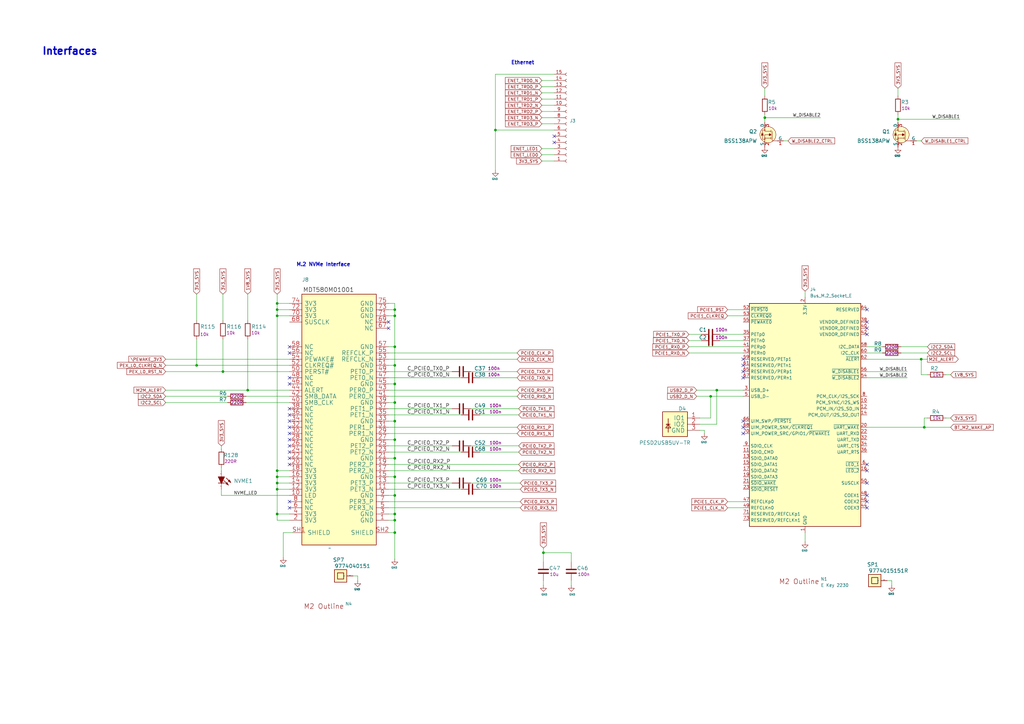
<source format=kicad_sch>
(kicad_sch (version 20211123) (generator eeschema)
  (paper "A3")
  (title_block (title "Capable Jetson Carrier") (date "2022-04-06") (rev "v1.0") (company "Capable Robot Components, Inc.") (comment 1 "www.capablerobot.com"))
  (lib_symbols
    (symbol "Connector:Bus_M.2_Socket_E"
      (property "Reference" "J" (at -22.86 46.99 0))
      (property "Value" "Bus_M.2_Socket_E" (at 16.51 46.99 0))
      (symbol "Bus_M.2_Socket_E_1_1"
        (pin power_in line (at 0 -48.26 90) (length 2.54) (name "GND") (number "1"))
        (pin bidirectional line (at 25.4 5.08 180) (length 2.54) (name "PCM_SYNC/I2S_WS") (number "10"))
        (pin bidirectional line (at -25.4 -15.24 0) (length 2.54) (name "SDIO_CMD") (number "11"))
        (pin input line (at 25.4 2.54 180) (length 2.54) (name "PCM_IN/I2S_SD_IN") (number "12"))
        (pin bidirectional line (at -25.4 -17.78 0) (length 2.54) (name "SDIO_DATA0") (number "13"))
        (pin output line (at 25.4 0 180) (length 2.54) (name "PCM_OUT/I2S_SD_OUT") (number "14"))
        (pin bidirectional line (at -25.4 -20.32 0) (length 2.54) (name "SDIO_DATA1") (number "15"))
        (pin open_collector line (at 25.4 -22.86 180) (length 2.54) (name "~{LED_2}") (number "16"))
        (pin bidirectional line (at -25.4 -22.86 0) (length 2.54) (name "SDIO_DATA2") (number "17"))
        (pin passive line (at 0 -48.26 90) (length 2.54) hide (name "GND") (number "18"))
        (pin bidirectional line (at -25.4 -25.4 0) (length 2.54) (name "SDIO_DATA3") (number "19"))
        (pin power_in line (at 0 48.26 270) (length 2.54) (name "3.3V") (number "2"))
        (pin input line (at 25.4 -5.08 180) (length 2.54) (name "~{UART_WAKE}") (number "20"))
        (pin input line (at -25.4 -27.94 0) (length 2.54) (name "~{SDIO_WAKE}") (number "21"))
        (pin input line (at 25.4 -7.62 180) (length 2.54) (name "UART_RXD") (number "22"))
        (pin output line (at -25.4 -30.48 0) (length 2.54) (name "~{SDIO_RESET}") (number "23"))
        (pin bidirectional line (at -25.4 10.16 0) (length 2.54) (name "USB_D+") (number "3"))
        (pin output line (at 25.4 -10.16 180) (length 2.54) (name "UART_TXD") (number "32"))
        (pin passive line (at 0 -48.26 90) (length 2.54) hide (name "GND") (number "33"))
        (pin input line (at 25.4 -12.7 180) (length 2.54) (name "UART_CTS") (number "34"))
        (pin output line (at -25.4 33.02 0) (length 2.54) (name "PETp0") (number "35"))
        (pin output line (at 25.4 -15.24 180) (length 2.54) (name "UART_RTS") (number "36"))
        (pin output line (at -25.4 30.48 0) (length 2.54) (name "PETn0") (number "37"))
        (pin passive line (at 25.4 38.1 180) (length 2.54) (name "VENDOR_DEFINED") (number "38"))
        (pin passive line (at 0 -48.26 90) (length 2.54) hide (name "GND") (number "39"))
        (pin passive line (at 0 48.26 270) (length 2.54) hide (name "3.3V") (number "4"))
        (pin passive line (at 25.4 35.56 180) (length 2.54) (name "VENDOR_DEFINED") (number "40"))
        (pin input line (at -25.4 27.94 0) (length 2.54) (name "PERp0") (number "41"))
        (pin passive line (at 25.4 33.02 180) (length 2.54) (name "VENDOR_DEFINED") (number "42"))
        (pin input line (at -25.4 25.4 0) (length 2.54) (name "PERn0") (number "43"))
        (pin bidirectional line (at 25.4 -38.1 180) (length 2.54) (name "COEX3") (number "44"))
        (pin passive line (at 0 -48.26 90) (length 2.54) hide (name "GND") (number "45"))
        (pin bidirectional line (at 25.4 -35.56 180) (length 2.54) (name "COEX2") (number "46"))
        (pin output line (at -25.4 -35.56 0) (length 2.54) (name "REFCLKp0") (number "47"))
        (pin bidirectional line (at 25.4 -33.02 180) (length 2.54) (name "COEX1") (number "48"))
        (pin output line (at -25.4 -38.1 0) (length 2.54) (name "REFCLKn0") (number "49"))
        (pin bidirectional line (at -25.4 7.62 0) (length 2.54) (name "USB_D-") (number "5"))
        (pin output line (at 25.4 -27.94 180) (length 2.54) (name "SUSCLK") (number "50"))
        (pin passive line (at 0 -48.26 90) (length 2.54) hide (name "GND") (number "51"))
        (pin output line (at -25.4 43.18 0) (length 2.54) (name "~{PERST0}") (number "52"))
        (pin bidirectional line (at -25.4 40.64 0) (length 2.54) (name "~{CLKREQ0}") (number "53"))
        (pin output line (at 25.4 15.24 180) (length 2.54) (name "~{W_DISABLE2}") (number "54"))
        (pin bidirectional line (at -25.4 38.1 0) (length 2.54) (name "~{PEWAKE0}") (number "55"))
        (pin output line (at 25.4 17.78 180) (length 2.54) (name "~{W_DISABLE1}") (number "56"))
        (pin passive line (at 0 -48.26 90) (length 2.54) hide (name "GND") (number "57"))
        (pin bidirectional line (at 25.4 27.94 180) (length 2.54) (name "I2C_DATA") (number "58"))
        (pin output line (at -25.4 22.86 0) (length 2.54) (name "RESERVED/PETp1") (number "59"))
        (pin open_collector line (at 25.4 -20.32 180) (length 2.54) (name "~{LED_1}") (number "6"))
        (pin output line (at 25.4 25.4 180) (length 2.54) (name "I2C_CLK") (number "60"))
        (pin output line (at -25.4 20.32 0) (length 2.54) (name "RESERVED/PETn1") (number "61"))
        (pin input line (at 25.4 22.86 180) (length 2.54) (name "~{ALERT}") (number "62"))
        (pin passive line (at 0 -48.26 90) (length 2.54) hide (name "GND") (number "63"))
        (pin passive line (at 25.4 43.18 180) (length 2.54) (name "RESERVED") (number "64"))
        (pin input line (at -25.4 17.78 0) (length 2.54) (name "RESERVED/PERp1") (number "65"))
        (pin output line (at -25.4 -2.54 0) (length 2.54) (name "UIM_SWP/~{PERST1}") (number "66"))
        (pin input line (at -25.4 15.24 0) (length 2.54) (name "RESERVED/PERn1") (number "67"))
        (pin bidirectional line (at -25.4 -5.08 0) (length 2.54) (name "UIM_POWER_SNK/~{CLKREQ1}") (number "68"))
        (pin passive line (at 0 -48.26 90) (length 2.54) hide (name "GND") (number "69"))
        (pin passive line (at 0 -48.26 90) (length 2.54) hide (name "GND") (number "7"))
        (pin bidirectional line (at -25.4 -7.62 0) (length 2.54) (name "UIM_POWER_SRC/GPIO1/~{PEWAKE1}") (number "70"))
        (pin output line (at -25.4 -40.64 0) (length 2.54) (name "RESERVED/REFCLKp1") (number "71"))
        (pin passive line (at 0 48.26 270) (length 2.54) hide (name "3.3V") (number "72"))
        (pin output line (at -25.4 -43.18 0) (length 2.54) (name "RESERVED/REFCLKn1") (number "73"))
        (pin passive line (at 0 48.26 270) (length 2.54) hide (name "3.3V") (number "74"))
        (pin passive line (at 0 -48.26 90) (length 2.54) hide (name "GND") (number "75"))
        (pin bidirectional line (at 25.4 7.62 180) (length 2.54) (name "PCM_CLK/I2S_SCK") (number "8"))
        (pin output line (at -25.4 -12.7 0) (length 2.54) (name "SDIO_CLK") (number "9"))
      )
    )
    (symbol "Connector:Conn_01x15_Female" (pin_names (offset 1.016) hide)
      (property "Reference" "J" (at 0 20.32 0))
      (property "Value" "Conn_01x15_Female" (at 0 -20.32 0))
      (symbol "Conn_01x15_Female_1_1"
        (pin passive line (at -5.08 17.78 0) (length 3.81) (name "Pin_1") (number "1"))
        (pin passive line (at -5.08 -5.08 0) (length 3.81) (name "Pin_10") (number "10"))
        (pin passive line (at -5.08 -7.62 0) (length 3.81) (name "Pin_11") (number "11"))
        (pin passive line (at -5.08 -10.16 0) (length 3.81) (name "Pin_12") (number "12"))
        (pin passive line (at -5.08 -12.7 0) (length 3.81) (name "Pin_13") (number "13"))
        (pin passive line (at -5.08 -15.24 0) (length 3.81) (name "Pin_14") (number "14"))
        (pin passive line (at -5.08 -17.78 0) (length 3.81) (name "Pin_15") (number "15"))
        (pin passive line (at -5.08 15.24 0) (length 3.81) (name "Pin_2") (number "2"))
        (pin passive line (at -5.08 12.7 0) (length 3.81) (name "Pin_3") (number "3"))
        (pin passive line (at -5.08 10.16 0) (length 3.81) (name "Pin_4") (number "4"))
        (pin passive line (at -5.08 7.62 0) (length 3.81) (name "Pin_5") (number "5"))
        (pin passive line (at -5.08 5.08 0) (length 3.81) (name "Pin_6") (number "6"))
        (pin passive line (at -5.08 2.54 0) (length 3.81) (name "Pin_7") (number "7"))
        (pin passive line (at -5.08 0 0) (length 3.81) (name "Pin_8") (number "8"))
        (pin passive line (at -5.08 -2.54 0) (length 3.81) (name "Pin_9") (number "9"))
      )
    )
    (symbol "jetson-nano-baseboard:9774040151" (pin_names (offset 1.016))
      (property "Reference" "SP" (at -2.54 2.54 0))
      (property "Value" "9774040151" (at -2.54 -5.08 0))
      (symbol "9774040151_0_1"
        (pin passive line (at -5.08 0 0) (length 2.54) (name "1") (number "1"))
      )
    )
    (symbol "jetson-nano-baseboard:BSS138APW" (pin_names (offset 0))
      (property "Reference" "Q" (at -2.6924 3.6322 0))
      (property "Value" "BSS138APW" (at 3.4544 0 90))
      (symbol "BSS138APW_1_1"
        (pin bidirectional line (at -7.62 -2.54 0) (length 2.54) (name "G") (number "1"))
        (pin bidirectional line (at 0 -5.08 90) (length 2.54) (name "S") (number "2"))
        (pin bidirectional line (at 0 5.08 270) (length 2.54) (name "D") (number "3"))
      )
    )
    (symbol "jetson-nano-baseboard:C_100n_0402" (pin_names (offset 0))
      (property "Reference" "C" (at -1.397 3.429 0))
      (property "Val" "100n" (at 0 -2.54 0))
      (symbol "C_100n_0402_1_1"
        (pin passive line (at 0 3.81 270) (length 2.794) (name "~") (number "1"))
        (pin passive line (at 0 -3.81 90) (length 2.794) (name "~") (number "2"))
      )
    )
    (symbol "jetson-nano-baseboard:C_10u_0603" (pin_names (offset 0))
      (property "Reference" "C" (at -1.397 3.429 0))
      (property "Val" "10u" (at 0 -2.54 0))
      (symbol "C_10u_0603_1_1"
        (pin passive line (at 0 3.81 270) (length 2.794) (name "~") (number "1"))
        (pin passive line (at 0 -3.81 90) (length 2.794) (name "~") (number "2"))
      )
    )
    (symbol "jetson-nano-baseboard:GND" (power) (pin_names (offset 0))
      (property "Value" "GND" (at 0 -3.81 0))
      (symbol "GND_1_1"
        (pin power_in line (at 0 0 270) (length 0) hide (name "GND") (number "1"))
      )
    )
    (symbol "jetson-nano-baseboard:LED" (pin_names (offset 1.016))
      (property "Reference" "USER" (at 5.08 -2.54 0))
      (symbol "LED_0_1"
        (pin passive line (at -2.54 0 0) (length 2.54) (name "A") (number "A"))
        (pin passive line (at 5.08 0 180) (length 2.54) (name "K") (number "K"))
      )
    )
    (symbol "jetson-nano-baseboard:MDT580M01001" (pin_names (offset 1.016))
      (property "Reference" "J" (at -15.24 66.04 0))
      (property "Value" "MDT580M01001" (at -3.81 -43.18 0))
      (property "Manufacturer" "Amphenol" (at -3.81 45.72 0))
      (property "MPN" "MDT580M01001" (at -1.27 43.18 0))
      (symbol "MDT580M01001_0_1"
        (pin passive line (at 20.32 -31.75 180) (length 5.08) (name "GND") (number "1"))
        (pin passive line (at -20.32 -21.59 0) (length 5.08) (name "LED") (number "10"))
        (pin passive line (at 20.32 -19.05 180) (length 5.08) (name "PET3_N") (number "11"))
        (pin passive line (at -20.32 -19.05 0) (length 5.08) (name "3V3") (number "12"))
        (pin passive line (at 20.32 -16.51 180) (length 5.08) (name "PET3_P") (number "13"))
        (pin passive line (at -20.32 -16.51 0) (length 5.08) (name "3V3") (number "14"))
        (pin passive line (at 20.32 -13.97 180) (length 5.08) (name "GND") (number "15"))
        (pin passive line (at -20.32 -13.97 0) (length 5.08) (name "3V3") (number "16"))
        (pin passive line (at 20.32 -11.43 180) (length 5.08) (name "PER2_N") (number "17"))
        (pin passive line (at -20.32 -11.43 0) (length 5.08) (name "3V3") (number "18"))
        (pin passive line (at 20.32 -8.89 180) (length 5.08) (name "PER2_P") (number "19"))
        (pin passive line (at -20.32 -31.75 0) (length 5.08) (name "3V3") (number "2"))
        (pin passive line (at -20.32 -8.89 0) (length 5.08) (name "NC") (number "20"))
        (pin passive line (at 20.32 -6.35 180) (length 5.08) (name "GND") (number "21"))
        (pin passive line (at -20.32 -6.35 0) (length 5.08) (name "NC") (number "22"))
        (pin passive line (at 20.32 -3.81 180) (length 5.08) (name "PET2_N") (number "23"))
        (pin passive line (at -20.32 -3.81 0) (length 5.08) (name "NC") (number "24"))
        (pin passive line (at 20.32 -1.27 180) (length 5.08) (name "PET2_P") (number "25"))
        (pin passive line (at -20.32 -1.27 0) (length 5.08) (name "NC") (number "26"))
        (pin passive line (at 20.32 1.27 180) (length 5.08) (name "GND") (number "27"))
        (pin passive line (at -20.32 1.27 0) (length 5.08) (name "NC") (number "28"))
        (pin passive line (at 20.32 3.81 180) (length 5.08) (name "PER1_N") (number "29"))
        (pin passive line (at 20.32 -29.21 180) (length 5.08) (name "GND") (number "3"))
        (pin passive line (at -20.32 3.81 0) (length 5.08) (name "NC") (number "30"))
        (pin passive line (at 20.32 6.35 180) (length 5.08) (name "PER1_P") (number "31"))
        (pin passive line (at -20.32 6.35 0) (length 5.08) (name "NC") (number "32"))
        (pin passive line (at 20.32 8.89 180) (length 5.08) (name "GND") (number "33"))
        (pin passive line (at -20.32 8.89 0) (length 5.08) (name "NC") (number "34"))
        (pin passive line (at 20.32 11.43 180) (length 5.08) (name "PET1_N") (number "35"))
        (pin passive line (at -20.32 11.43 0) (length 5.08) (name "NC") (number "36"))
        (pin passive line (at 20.32 13.97 180) (length 5.08) (name "PET1_P") (number "37"))
        (pin passive line (at -20.32 13.97 0) (length 5.08) (name "NC") (number "38"))
        (pin passive line (at 20.32 16.51 180) (length 5.08) (name "GND") (number "39"))
        (pin passive line (at -20.32 -29.21 0) (length 5.08) (name "3V3") (number "4"))
        (pin passive line (at -20.32 16.51 0) (length 5.08) (name "SMB_CLK") (number "40"))
        (pin passive line (at 20.32 19.05 180) (length 5.08) (name "PER0_N") (number "41"))
        (pin passive line (at -20.32 19.05 0) (length 5.08) (name "SMB_DATA") (number "42"))
        (pin passive line (at 20.32 21.59 180) (length 5.08) (name "PER0_P") (number "43"))
        (pin passive line (at -20.32 21.59 0) (length 5.08) (name "ALERT") (number "44"))
        (pin passive line (at 20.32 24.13 180) (length 5.08) (name "GND") (number "45"))
        (pin passive line (at -20.32 24.13 0) (length 5.08) (name "NC") (number "46"))
        (pin passive line (at 20.32 26.67 180) (length 5.08) (name "PET0_N") (number "47"))
        (pin passive line (at -20.32 26.67 0) (length 5.08) (name "NC") (number "48"))
        (pin passive line (at 20.32 29.21 180) (length 5.08) (name "PET0_P") (number "49"))
        (pin passive line (at 20.32 -26.67 180) (length 5.08) (name "PER3_N") (number "5"))
        (pin passive line (at -20.32 29.21 0) (length 5.08) (name "PERST#") (number "50"))
        (pin passive line (at 20.32 31.75 180) (length 5.08) (name "GND") (number "51"))
        (pin passive line (at -20.32 31.75 0) (length 5.08) (name "CLKREQ#") (number "52"))
        (pin passive line (at 20.32 34.29 180) (length 5.08) (name "REFCLK_N") (number "53"))
        (pin passive line (at -20.32 34.29 0) (length 5.08) (name "PEWAKE#") (number "54"))
        (pin passive line (at 20.32 36.83 180) (length 5.08) (name "REFCLK_P") (number "55"))
        (pin passive line (at -20.32 36.83 0) (length 5.08) (name "NC") (number "56"))
        (pin passive line (at 20.32 39.37 180) (length 5.08) (name "GND") (number "57"))
        (pin passive line (at -20.32 39.37 0) (length 5.08) (name "NC") (number "58"))
        (pin passive line (at -20.32 -26.67 0) (length 5.08) (name "NC") (number "6"))
        (pin passive line (at 20.32 46.99 180) (length 5.08) (name "NC") (number "67"))
        (pin passive line (at -20.32 49.53 0) (length 5.08) (name "SUSCLK") (number "68"))
        (pin passive line (at 20.32 49.53 180) (length 5.08) (name "NC") (number "69"))
        (pin passive line (at 20.32 -24.13 180) (length 5.08) (name "PER3_P") (number "7"))
        (pin passive line (at -20.32 52.07 0) (length 5.08) (name "3V3") (number "70"))
        (pin passive line (at 20.32 52.07 180) (length 5.08) (name "GND") (number "71"))
        (pin passive line (at -20.32 54.61 0) (length 5.08) (name "3V3") (number "72"))
        (pin passive line (at 20.32 54.61 180) (length 5.08) (name "GND") (number "73"))
        (pin passive line (at -20.32 57.15 0) (length 5.08) (name "3V3") (number "74"))
        (pin passive line (at 20.32 57.15 180) (length 5.08) (name "GND") (number "75"))
        (pin passive line (at -20.32 -24.13 0) (length 5.08) (name "NC") (number "8"))
        (pin passive line (at 20.32 -21.59 180) (length 5.08) (name "GND") (number "9"))
        (pin passive line (at -19.05 -36.83 0) (length 5.08) (name "SHIELD") (number "SH1"))
        (pin passive line (at 20.32 -36.83 180) (length 5.08) (name "SHIELD") (number "SH2"))
      )
    )
    (symbol "jetson-nano-baseboard:PESD2USB5UV-TR" (pin_names (offset 1.016))
      (property "Reference" "D" (at -7.62 -12.7 0))
      (property "Value" "PESD2USB5UV-TR" (at -7.62 -15.24 90))
      (symbol "PESD2USB5UV-TR_0_1"
        (pin passive line (at -5.08 0 0) (length 5.08) (name "IO1") (number "1"))
        (pin passive line (at -5.08 -2.54 0) (length 5.08) (name "IO2") (number "2"))
        (pin passive line (at -5.08 -5.08 0) (length 5.08) (name "GND") (number "3"))
      )
    )
    (symbol "jetson-nano-baseboard:R_10k_0402" (pin_names (offset 0))
      (property "Reference" "R" (at -1.397 3.429 0))
      (property "Val" "10k" (at 0 -2.54 0))
      (symbol "R_10k_0402_1_1"
        (pin passive line (at -3.81 0 0) (length 1.27) (name "~") (number "1"))
        (pin passive line (at 3.81 0 180) (length 1.27) (name "~") (number "2"))
      )
    )
    (symbol "jetson-nano-baseboard:R_220R_0402" (pin_names (offset 0))
      (property "Reference" "R" (at -1.397 3.429 0))
      (property "Val" "220R" (at 0 -2.54 0))
      (symbol "R_220R_0402_1_1"
        (pin passive line (at -3.81 0 0) (length 1.27) (name "~") (number "1"))
        (pin passive line (at 3.81 0 180) (length 1.27) (name "~") (number "2"))
      )
    )
    (symbol "jetson-nano-baseboard:m2_outline" (pin_names (offset 1.016)) (in_bom no)
      (property "Reference" "N" (at 0.508 1.016 0))
      (property "Value" "m2_outline" (at 0.762 -3.81 0))
      (symbol "m2_outline_1_1"
        (text "M2 Outline" (at 0.762 -1.016 0) (effects (font (size 2.0066 2.0066))))
      )
    )
  )
  (junction (at 161.925 165.1))
  (junction (at 113.665 127))
  (junction (at 113.665 198.12))
  (junction (at 113.665 210.82))
  (junction (at 161.925 210.82))
  (junction (at 161.925 149.86))
  (junction (at 313.69 48.26))
  (junction (at 161.925 203.2))
  (junction (at 101.6 160.02))
  (junction (at 91.44 152.4))
  (junction (at 80.645 149.86))
  (junction (at 113.665 193.04))
  (junction (at 161.925 218.44))
  (junction (at 379.095 175.26))
  (junction (at 161.925 142.24))
  (junction (at 161.925 157.48))
  (junction (at 113.665 195.58))
  (junction (at 291.465 162.56))
  (junction (at 222.885 226.695))
  (junction (at 161.925 180.34))
  (junction (at 113.665 129.54))
  (junction (at 294.005 160.02))
  (junction (at 113.665 200.66))
  (junction (at 161.925 195.58))
  (junction (at 113.665 124.46))
  (junction (at 161.925 213.36))
  (junction (at 161.925 172.72))
  (junction (at 161.925 127))
  (junction (at 368.3 48.895))
  (junction (at 161.925 187.96))
  (junction (at 203.2 53.34))
  (junction (at 377.825 147.32))
  (junction (at 161.925 129.54))
  (no_connect (at 118.745 205.74))
  (no_connect (at 118.745 175.26))
  (no_connect (at 118.745 170.18))
  (no_connect (at 304.8 154.94))
  (no_connect (at 304.8 147.32))
  (no_connect (at 304.8 149.86))
  (no_connect (at 304.8 152.4))
  (no_connect (at 118.745 154.94))
  (no_connect (at 304.8 172.72))
  (no_connect (at 304.8 175.26))
  (no_connect (at 304.8 177.8))
  (no_connect (at 118.745 190.5))
  (no_connect (at 118.745 182.88))
  (no_connect (at 118.745 157.48))
  (no_connect (at 159.385 132.08))
  (no_connect (at 355.6 127))
  (no_connect (at 355.6 208.28))
  (no_connect (at 355.6 205.74))
  (no_connect (at 355.6 203.2))
  (no_connect (at 355.6 132.08))
  (no_connect (at 355.6 137.16))
  (no_connect (at 355.6 134.62))
  (no_connect (at 355.6 193.04))
  (no_connect (at 355.6 190.5))
  (no_connect (at 118.745 208.28))
  (no_connect (at 118.745 144.78))
  (no_connect (at 227.33 58.42))
  (no_connect (at 227.33 55.88))
  (no_connect (at 118.745 180.34))
  (no_connect (at 159.385 134.62))
  (no_connect (at 118.745 187.96))
  (no_connect (at 118.745 142.24))
  (no_connect (at 118.745 185.42))
  (no_connect (at 118.745 167.64))
  (no_connect (at 355.6 198.12))
  (no_connect (at 118.745 172.72))
  (no_connect (at 118.745 177.8))
  (wire (pts (xy 282.575 137.16) (xy 287.655 137.16)))
  (wire (pts (xy 355.6 147.32) (xy 377.825 147.32)))
  (wire (pts (xy 193.04 198.12) (xy 213.36 198.12)))
  (wire (pts (xy 234.315 226.695) (xy 234.315 230.505)))
  (wire (pts (xy 161.925 213.36) (xy 161.925 218.44)))
  (wire (pts (xy 365.76 238.125) (xy 365.76 240.03)))
  (wire (pts (xy 377.825 147.32) (xy 380.365 147.32)))
  (wire (pts (xy 159.385 185.42) (xy 189.23 185.42)))
  (wire (pts (xy 159.385 180.34) (xy 161.925 180.34)))
  (wire (pts (xy 91.44 120.65) (xy 91.44 131.445)))
  (wire (pts (xy 375.92 57.785) (xy 377.825 57.785)))
  (wire (pts (xy 222.25 60.96) (xy 227.33 60.96)))
  (wire (pts (xy 203.2 53.34) (xy 227.33 53.34)))
  (wire (pts (xy 101.6 160.02) (xy 67.945 160.02)))
  (wire (pts (xy 368.3 36.195) (xy 368.3 39.37)))
  (wire (pts (xy 380.365 171.45) (xy 379.095 171.45)))
  (wire (pts (xy 161.925 142.24) (xy 161.925 149.86)))
  (wire (pts (xy 118.745 193.04) (xy 113.665 193.04)))
  (wire (pts (xy 161.925 149.86) (xy 161.925 157.48)))
  (wire (pts (xy 330.2 218.44) (xy 330.2 222.25)))
  (wire (pts (xy 196.85 154.94) (xy 212.09 154.94)))
  (wire (pts (xy 161.925 172.72) (xy 161.925 180.34)))
  (wire (pts (xy 222.25 63.5) (xy 227.33 63.5)))
  (wire (pts (xy 161.925 210.82) (xy 161.925 213.36)))
  (wire (pts (xy 282.575 144.78) (xy 304.8 144.78)))
  (wire (pts (xy 118.745 198.12) (xy 113.665 198.12)))
  (wire (pts (xy 118.745 129.54) (xy 113.665 129.54)))
  (wire (pts (xy 222.25 38.1) (xy 227.33 38.1)))
  (wire (pts (xy 67.945 165.1) (xy 93.345 165.1)))
  (wire (pts (xy 294.005 160.02) (xy 304.8 160.02)))
  (wire (pts (xy 91.44 152.4) (xy 118.745 152.4)))
  (wire (pts (xy 118.745 195.58) (xy 113.665 195.58)))
  (wire (pts (xy 118.745 210.82) (xy 113.665 210.82)))
  (wire (pts (xy 159.385 154.94) (xy 189.23 154.94)))
  (wire (pts (xy 196.85 170.18) (xy 212.725 170.18)))
  (wire (pts (xy 159.385 198.12) (xy 185.42 198.12)))
  (wire (pts (xy 379.095 175.26) (xy 389.89 175.26)))
  (wire (pts (xy 355.6 142.24) (xy 361.95 142.24)))
  (wire (pts (xy 67.945 152.4) (xy 91.44 152.4)))
  (wire (pts (xy 387.985 171.45) (xy 389.89 171.45)))
  (wire (pts (xy 101.6 120.65) (xy 101.6 131.445)))
  (wire (pts (xy 222.25 43.18) (xy 227.33 43.18)))
  (wire (pts (xy 161.925 165.1) (xy 161.925 172.72)))
  (wire (pts (xy 161.925 187.96) (xy 161.925 195.58)))
  (wire (pts (xy 159.385 195.58) (xy 161.925 195.58)))
  (wire (pts (xy 313.69 46.99) (xy 313.69 48.26)))
  (wire (pts (xy 159.385 170.18) (xy 189.23 170.18)))
  (wire (pts (xy 120.015 218.44) (xy 116.205 218.44)))
  (wire (pts (xy 196.85 200.66) (xy 213.36 200.66)))
  (wire (pts (xy 291.465 171.45) (xy 291.465 162.56)))
  (wire (pts (xy 298.45 127) (xy 304.8 127)))
  (wire (pts (xy 161.925 127) (xy 161.925 129.54)))
  (wire (pts (xy 222.25 48.26) (xy 227.33 48.26)))
  (wire (pts (xy 101.6 139.065) (xy 101.6 160.02)))
  (wire (pts (xy 80.645 149.86) (xy 118.745 149.86)))
  (wire (pts (xy 355.6 152.4) (xy 372.11 152.4)))
  (wire (pts (xy 193.04 152.4) (xy 212.09 152.4)))
  (wire (pts (xy 161.925 203.2) (xy 161.925 210.82)))
  (wire (pts (xy 90.805 184.15) (xy 90.805 182.88)))
  (wire (pts (xy 298.45 129.54) (xy 304.8 129.54)))
  (wire (pts (xy 380.365 153.67) (xy 377.825 153.67)))
  (wire (pts (xy 212.725 193.04) (xy 159.385 193.04)))
  (wire (pts (xy 159.385 167.64) (xy 185.42 167.64)))
  (wire (pts (xy 368.3 46.99) (xy 368.3 48.895)))
  (wire (pts (xy 282.575 142.24) (xy 304.8 142.24)))
  (wire (pts (xy 159.385 177.8) (xy 212.09 177.8)))
  (wire (pts (xy 234.315 238.125) (xy 234.315 240.03)))
  (wire (pts (xy 387.985 153.67) (xy 389.89 153.67)))
  (wire (pts (xy 222.885 226.695) (xy 234.315 226.695)))
  (wire (pts (xy 288.925 176.53) (xy 288.925 177.8)))
  (wire (pts (xy 355.6 175.26) (xy 379.095 175.26)))
  (wire (pts (xy 159.385 200.66) (xy 189.23 200.66)))
  (wire (pts (xy 91.44 139.065) (xy 91.44 152.4)))
  (wire (pts (xy 285.75 160.02) (xy 294.005 160.02)))
  (wire (pts (xy 101.6 160.02) (xy 118.745 160.02)))
  (wire (pts (xy 369.57 142.24) (xy 380.365 142.24)))
  (wire (pts (xy 222.25 40.64) (xy 227.33 40.64)))
  (wire (pts (xy 159.385 187.96) (xy 161.925 187.96)))
  (wire (pts (xy 222.885 224.79) (xy 222.885 226.695)))
  (wire (pts (xy 203.2 69.85) (xy 203.2 53.34)))
  (wire (pts (xy 159.385 162.56) (xy 212.09 162.56)))
  (wire (pts (xy 159.385 127) (xy 161.925 127)))
  (wire (pts (xy 113.665 210.82) (xy 113.665 213.36)))
  (wire (pts (xy 355.6 154.94) (xy 372.11 154.94)))
  (wire (pts (xy 369.57 144.78) (xy 380.365 144.78)))
  (wire (pts (xy 222.885 238.125) (xy 222.885 240.03)))
  (wire (pts (xy 159.385 175.26) (xy 212.09 175.26)))
  (wire (pts (xy 118.745 203.2) (xy 90.805 203.2)))
  (wire (pts (xy 222.25 33.02) (xy 227.33 33.02)))
  (wire (pts (xy 287.02 176.53) (xy 288.925 176.53)))
  (wire (pts (xy 159.385 149.86) (xy 161.925 149.86)))
  (wire (pts (xy 90.805 191.77) (xy 90.805 193.04)))
  (wire (pts (xy 282.575 139.7) (xy 287.655 139.7)))
  (wire (pts (xy 118.745 200.66) (xy 113.665 200.66)))
  (wire (pts (xy 294.005 173.99) (xy 294.005 160.02)))
  (wire (pts (xy 222.885 226.695) (xy 222.885 230.505)))
  (wire (pts (xy 203.2 30.48) (xy 227.33 30.48)))
  (wire (pts (xy 313.69 48.26) (xy 336.55 48.26)))
  (wire (pts (xy 193.04 182.88) (xy 212.725 182.88)))
  (wire (pts (xy 144.78 236.22) (xy 146.685 236.22)))
  (wire (pts (xy 196.85 185.42) (xy 212.725 185.42)))
  (wire (pts (xy 118.745 127) (xy 113.665 127)))
  (wire (pts (xy 298.45 205.74) (xy 304.8 205.74)))
  (wire (pts (xy 159.385 157.48) (xy 161.925 157.48)))
  (wire (pts (xy 222.25 50.8) (xy 227.33 50.8)))
  (wire (pts (xy 368.3 48.895) (xy 368.3 50.165)))
  (wire (pts (xy 193.04 167.64) (xy 212.725 167.64)))
  (wire (pts (xy 90.805 203.2) (xy 90.805 200.66)))
  (wire (pts (xy 377.825 153.67) (xy 377.825 147.32)))
  (wire (pts (xy 161.925 218.44) (xy 161.925 229.235)))
  (wire (pts (xy 159.385 208.28) (xy 213.36 208.28)))
  (wire (pts (xy 313.69 48.26) (xy 313.69 50.165)))
  (wire (pts (xy 67.945 149.86) (xy 80.645 149.86)))
  (wire (pts (xy 80.645 120.65) (xy 80.645 131.445)))
  (wire (pts (xy 159.385 172.72) (xy 161.925 172.72)))
  (wire (pts (xy 295.275 139.7) (xy 304.8 139.7)))
  (wire (pts (xy 100.965 165.1) (xy 118.745 165.1)))
  (wire (pts (xy 159.385 152.4) (xy 185.42 152.4)))
  (wire (pts (xy 116.205 218.44) (xy 116.205 228.6)))
  (wire (pts (xy 159.385 203.2) (xy 161.925 203.2)))
  (wire (pts (xy 159.385 213.36) (xy 161.925 213.36)))
  (wire (pts (xy 368.3 48.895) (xy 393.7 48.895)))
  (wire (pts (xy 313.69 36.195) (xy 313.69 39.37)))
  (wire (pts (xy 295.275 137.16) (xy 304.8 137.16)))
  (wire (pts (xy 113.665 193.04) (xy 113.665 195.58)))
  (wire (pts (xy 118.745 124.46) (xy 113.665 124.46)))
  (wire (pts (xy 161.925 129.54) (xy 161.925 142.24)))
  (wire (pts (xy 100.965 162.56) (xy 118.745 162.56)))
  (wire (pts (xy 159.385 218.44) (xy 161.925 218.44)))
  (wire (pts (xy 159.385 144.78) (xy 212.09 144.78)))
  (wire (pts (xy 159.385 165.1) (xy 161.925 165.1)))
  (wire (pts (xy 363.855 238.125) (xy 365.76 238.125)))
  (wire (pts (xy 118.745 213.36) (xy 113.665 213.36)))
  (wire (pts (xy 113.665 198.12) (xy 113.665 200.66)))
  (wire (pts (xy 159.385 190.5) (xy 212.725 190.5)))
  (wire (pts (xy 113.665 129.54) (xy 113.665 193.04)))
  (wire (pts (xy 80.645 139.065) (xy 80.645 149.86)))
  (wire (pts (xy 113.665 127) (xy 113.665 124.46)))
  (wire (pts (xy 298.45 208.28) (xy 304.8 208.28)))
  (wire (pts (xy 67.945 162.56) (xy 93.345 162.56)))
  (wire (pts (xy 287.02 173.99) (xy 294.005 173.99)))
  (wire (pts (xy 159.385 182.88) (xy 185.42 182.88)))
  (wire (pts (xy 321.31 57.785) (xy 323.215 57.785)))
  (wire (pts (xy 159.385 124.46) (xy 161.925 124.46)))
  (wire (pts (xy 159.385 129.54) (xy 161.925 129.54)))
  (wire (pts (xy 159.385 210.82) (xy 161.925 210.82)))
  (wire (pts (xy 113.665 200.66) (xy 113.665 210.82)))
  (wire (pts (xy 161.925 180.34) (xy 161.925 187.96)))
  (wire (pts (xy 159.385 160.02) (xy 212.09 160.02)))
  (wire (pts (xy 159.385 205.74) (xy 213.36 205.74)))
  (wire (pts (xy 159.385 142.24) (xy 161.925 142.24)))
  (wire (pts (xy 285.75 162.56) (xy 291.465 162.56)))
  (wire (pts (xy 113.665 127) (xy 113.665 129.54)))
  (wire (pts (xy 287.02 171.45) (xy 291.465 171.45)))
  (wire (pts (xy 161.925 195.58) (xy 161.925 203.2)))
  (wire (pts (xy 118.745 147.32) (xy 67.945 147.32)))
  (wire (pts (xy 159.385 147.32) (xy 212.09 147.32)))
  (wire (pts (xy 161.925 157.48) (xy 161.925 165.1)))
  (wire (pts (xy 113.665 195.58) (xy 113.665 198.12)))
  (wire (pts (xy 330.2 119.38) (xy 330.2 121.92)))
  (wire (pts (xy 222.25 66.04) (xy 227.33 66.04)))
  (wire (pts (xy 113.665 124.46) (xy 113.665 120.65)))
  (wire (pts (xy 146.685 236.22) (xy 146.685 238.125)))
  (wire (pts (xy 291.465 162.56) (xy 304.8 162.56)))
  (wire (pts (xy 161.925 124.46) (xy 161.925 127)))
  (wire (pts (xy 355.6 144.78) (xy 361.95 144.78)))
  (wire (pts (xy 222.25 35.56) (xy 227.33 35.56)))
  (wire (pts (xy 222.25 45.72) (xy 227.33 45.72)))
  (wire (pts (xy 203.2 53.34) (xy 203.2 30.48)))
  (wire (pts (xy 379.095 171.45) (xy 379.095 175.26)))
  (text "Ethernet" (at 209.55 26.67 0) (effects (font (size 1.4986 1.4986) (thickness 0.2997) bold) (justify left bottom)))
  (text "Text" (at 67.7926 1253.8202 0) (effects (font (size 1.524 1.524)) (justify left bottom)))
  (text "M.2 NVMe Interface" (at 121.4882 109.474 0) (effects (font (size 1.4986 1.4986) (thickness 0.2997) bold) (justify left bottom)))
  (text "Interfaces" (at 17.145 22.86 0) (effects (font (size 2.9972 2.9972) (thickness 0.5994) bold) (justify left bottom)))
  (text "Text" (at 67.7926 1253.8202 0) (effects (font (size 1.524 1.524)) (justify left bottom)))
  (label "W_DISABLE2" (at 372.11 154.94 180))
  (label "C_PCIE0_TX1_N" (at 167.005 170.18 0) (effects (font (size 1.524 1.524))))
  (label "NVME_LED" (at 95.885 203.2 0))
  (label "C_PCIE0_RX2_N" (at 167.005 193.04 0) (effects (font (size 1.524 1.524))))
  (label "C_PCIE0_TX3_N" (at 167.005 200.66 0) (effects (font (size 1.524 1.524))))
  (label "W_DISABLE2" (at 336.55 48.26 180))
  (label "C_PCIE0_TX0_P" (at 167.005 152.4 0) (effects (font (size 1.524 1.524))))
  (label "C_PCIE0_TX1_P" (at 167.005 167.64 0) (effects (font (size 1.524 1.524))))
  (label "W_DISABLE1" (at 372.11 152.4 180))
  (label "W_DISABLE1" (at 393.7 48.895 180))
  (label "C_PCIE0_TX2_N" (at 167.005 185.42 0) (effects (font (size 1.524 1.524))))
  (label "C_PCIE0_TX2_P" (at 167.005 182.88 0) (effects (font (size 1.524 1.524))))
  (label "C_PCIE0_RX2_P" (at 167.005 190.5 0) (effects (font (size 1.524 1.524))))
  (label "C_PCIE0_TX3_P" (at 167.005 198.12 0) (effects (font (size 1.524 1.524))))
  (label "MDT580M01001" (at 124.2822 120.3706 0) (effects (font (size 1.778 1.778))))
  (label "C_PCIE0_TX0_N" (at 167.005 154.94 0) (effects (font (size 1.524 1.524))))
  (global_label "ENET_LED0" (shape input) (at 222.25 63.5 180) (property "Intersheet References" "${INTERSHEET_REFS}" (effects hide)))
  (global_label "PCIE1_TX0_N" (shape input) (at 282.575 139.7 180) (property "Intersheet References" "${INTERSHEET_REFS}" (effects hide)))
  (global_label "PCIE0_TX0_N" (shape input) (at 212.09 154.94 0) (property "Intersheet References" "${INTERSHEET_REFS}" (effects hide)))
  (global_label "PCIE0_RX2_P" (shape input) (at 212.725 190.5 0) (property "Intersheet References" "${INTERSHEET_REFS}" (effects hide)))
  (global_label "PCIE0_TX0_P" (shape input) (at 212.09 152.4 0) (property "Intersheet References" "${INTERSHEET_REFS}" (effects hide)))
  (global_label "3V3_SYS" (shape input) (at 368.3 36.195 90) (property "Intersheet References" "${INTERSHEET_REFS}" (effects hide)))
  (global_label "I2C2_SCL" (shape input) (at 380.365 144.78 0) (property "Intersheet References" "${INTERSHEET_REFS}" (effects hide)))
  (global_label "PCIE1_RST" (shape input) (at 298.45 127 180) (property "Intersheet References" "${INTERSHEET_REFS}" (effects hide)))
  (global_label "PCIE1_TX0_P" (shape input) (at 282.575 137.16 180) (property "Intersheet References" "${INTERSHEET_REFS}" (effects hide)))
  (global_label "ENET_TRD0_P" (shape input) (at 222.25 35.56 180) (property "Intersheet References" "${INTERSHEET_REFS}" (effects hide)))
  (global_label "PCIE0_RX0_P" (shape input) (at 212.09 160.02 0) (property "Intersheet References" "${INTERSHEET_REFS}" (effects hide)))
  (global_label "ENET_TRD1_N" (shape input) (at 222.25 38.1 180) (property "Intersheet References" "${INTERSHEET_REFS}" (effects hide)))
  (global_label "PCIE0_RX1_N" (shape input) (at 212.09 177.8 0) (property "Intersheet References" "${INTERSHEET_REFS}" (effects hide)))
  (global_label "PCIE0_RX1_P" (shape input) (at 212.09 175.26 0) (property "Intersheet References" "${INTERSHEET_REFS}" (effects hide)))
  (global_label "ENET_LED1" (shape input) (at 222.25 60.96 180) (property "Intersheet References" "${INTERSHEET_REFS}" (effects hide)))
  (global_label "USB2_D_P" (shape input) (at 285.75 160.02 180) (property "Intersheet References" "${INTERSHEET_REFS}" (effects hide)))
  (global_label "USB2_D_N" (shape input) (at 285.75 162.56 180) (property "Intersheet References" "${INTERSHEET_REFS}" (effects hide)))
  (global_label "\\PEWAKE_3V3" (shape input) (at 67.945 147.32 180) (property "Intersheet References" "${INTERSHEET_REFS}" (effects hide)))
  (global_label "3V3_SYS" (shape input) (at 90.805 182.88 90) (property "Intersheet References" "${INTERSHEET_REFS}" (effects hide)))
  (global_label "ENET_TRD2_P" (shape input) (at 222.25 45.72 180) (property "Intersheet References" "${INTERSHEET_REFS}" (effects hide)))
  (global_label "PCIE0_RX2_N" (shape input) (at 212.725 193.04 0) (property "Intersheet References" "${INTERSHEET_REFS}" (effects hide)))
  (global_label "PCIE0_RX0_N" (shape input) (at 212.09 162.56 0) (property "Intersheet References" "${INTERSHEET_REFS}" (effects hide)))
  (global_label "BT_M2_WAKE_AP" (shape input) (at 389.89 175.26 0) (property "Intersheet References" "${INTERSHEET_REFS}" (effects hide)))
  (global_label "M2E_ALERT" (shape output) (at 380.365 147.32 0) (property "Intersheet References" "${INTERSHEET_REFS}" (effects hide)))
  (global_label "1V8_SYS" (shape input) (at 389.89 153.67 0) (property "Intersheet References" "${INTERSHEET_REFS}" (effects hide)))
  (global_label "PCIE0_RX3_P" (shape input) (at 213.36 205.74 0) (property "Intersheet References" "${INTERSHEET_REFS}" (effects hide)))
  (global_label "PCIE0_CLK_P" (shape input) (at 212.09 144.78 0) (property "Intersheet References" "${INTERSHEET_REFS}" (effects hide)))
  (global_label "3V3_SYS" (shape input) (at 389.89 171.45 0) (property "Intersheet References" "${INTERSHEET_REFS}" (effects hide)))
  (global_label "PEX_L0_CLKREQ_N" (shape input) (at 67.945 149.86 180) (property "Intersheet References" "${INTERSHEET_REFS}" (effects hide)))
  (global_label "PCIE1_RX0_N" (shape input) (at 282.575 144.78 180) (property "Intersheet References" "${INTERSHEET_REFS}" (effects hide)))
  (global_label "M2M_ALERT" (shape input) (at 67.945 160.02 180) (property "Intersheet References" "${INTERSHEET_REFS}" (effects hide)))
  (global_label "PCIE1_CLKREQ" (shape input) (at 298.45 129.54 180) (property "Intersheet References" "${INTERSHEET_REFS}" (effects hide)))
  (global_label "PCIE1_RX0_P" (shape input) (at 282.575 142.24 180) (property "Intersheet References" "${INTERSHEET_REFS}" (effects hide)))
  (global_label "3V3_SYS" (shape input) (at 330.2 119.38 90) (property "Intersheet References" "${INTERSHEET_REFS}" (effects hide)))
  (global_label "PCIE0_TX3_P" (shape input) (at 213.36 198.12 0) (property "Intersheet References" "${INTERSHEET_REFS}" (effects hide)))
  (global_label "3V3_SYS" (shape input) (at 222.25 66.04 180) (property "Intersheet References" "${INTERSHEET_REFS}" (effects hide)))
  (global_label "ENET_TRD2_N" (shape input) (at 222.25 43.18 180) (property "Intersheet References" "${INTERSHEET_REFS}" (effects hide)))
  (global_label "PCIE0_TX3_N" (shape input) (at 213.36 200.66 0) (property "Intersheet References" "${INTERSHEET_REFS}" (effects hide)))
  (global_label "PCIE0_RX3_N" (shape input) (at 213.36 208.28 0) (property "Intersheet References" "${INTERSHEET_REFS}" (effects hide)))
  (global_label "W_DISABLE2_CTRL" (shape input) (at 323.215 57.785 0) (property "Intersheet References" "${INTERSHEET_REFS}" (effects hide)))
  (global_label "3V3_SYS" (shape input) (at 222.885 224.79 90) (property "Intersheet References" "${INTERSHEET_REFS}" (effects hide)))
  (global_label "PCIE0_CLK_N" (shape input) (at 212.09 147.32 0) (property "Intersheet References" "${INTERSHEET_REFS}" (effects hide)))
  (global_label "PCIE1_CLK_P" (shape input) (at 298.45 205.74 180) (property "Intersheet References" "${INTERSHEET_REFS}" (effects hide)))
  (global_label "PCIE0_TX1_P" (shape input) (at 212.725 167.64 0) (property "Intersheet References" "${INTERSHEET_REFS}" (effects hide)))
  (global_label "PCIE0_TX1_N" (shape input) (at 212.725 170.18 0) (property "Intersheet References" "${INTERSHEET_REFS}" (effects hide)))
  (global_label "ENET_TRD0_N" (shape input) (at 222.25 33.02 180) (property "Intersheet References" "${INTERSHEET_REFS}" (effects hide)))
  (global_label "PCIE0_TX2_P" (shape input) (at 212.725 182.88 0) (property "Intersheet References" "${INTERSHEET_REFS}" (effects hide)))
  (global_label "PCIE0_TX2_N" (shape input) (at 212.725 185.42 0) (property "Intersheet References" "${INTERSHEET_REFS}" (effects hide)))
  (global_label "3V3_SYS" (shape input) (at 313.69 36.195 90) (property "Intersheet References" "${INTERSHEET_REFS}" (effects hide)))
  (global_label "ENET_TRD3_P" (shape input) (at 222.25 50.8 180) (property "Intersheet References" "${INTERSHEET_REFS}" (effects hide)))
  (global_label "3V3_SYS" (shape input) (at 80.645 120.65 90) (property "Intersheet References" "${INTERSHEET_REFS}" (effects hide)))
  (global_label "3V3_SYS" (shape input) (at 91.44 120.65 90) (property "Intersheet References" "${INTERSHEET_REFS}" (effects hide)))
  (global_label "W_DISABLE1_CTRL" (shape input) (at 377.825 57.785 0) (property "Intersheet References" "${INTERSHEET_REFS}" (effects hide)))
  (global_label "ENET_TRD3_N" (shape input) (at 222.25 48.26 180) (property "Intersheet References" "${INTERSHEET_REFS}" (effects hide)))
  (global_label "1V8_SYS" (shape input) (at 101.6 120.65 90) (property "Intersheet References" "${INTERSHEET_REFS}" (effects hide)))
  (global_label "I2C2_SDA" (shape input) (at 380.365 142.24 0) (property "Intersheet References" "${INTERSHEET_REFS}" (effects hide)))
  (global_label "3V3_SYS" (shape input) (at 113.665 120.65 90) (property "Intersheet References" "${INTERSHEET_REFS}" (effects hide)))
  (global_label "PEX_L0_RST_N" (shape input) (at 67.945 152.4 180) (property "Intersheet References" "${INTERSHEET_REFS}" (effects hide)))
  (global_label "I2C2_SDA" (shape input) (at 67.945 162.56 180) (property "Intersheet References" "${INTERSHEET_REFS}" (effects hide)))
  (global_label "ENET_TRD1_P" (shape input) (at 222.25 40.64 180) (property "Intersheet References" "${INTERSHEET_REFS}" (effects hide)))
  (global_label "I2C2_SCL" (shape input) (at 67.945 165.1 180) (property "Intersheet References" "${INTERSHEET_REFS}" (effects hide)))
  (global_label "PCIE1_CLK_N" (shape input) (at 298.45 208.28 180) (property "Intersheet References" "${INTERSHEET_REFS}" (effects hide)))
  (symbol (lib_id "jetson-nano-baseboard:LED") (at 90.805 195.58 270) (unit 1)
    (property "Reference" "NVME1" (at 95.885 198.12 90) (effects (font (size 1.524 1.524)) (justify left bottom)))
    (property "Footprint" "jetson-nano-baseboard-footprints:LED0603" (effects hide))
    (property "MPN" "KPT-1608SGC" (effects hide))
    (property "Manufacturer" "Kingbright" (effects hide))
  )
  (symbol (lib_id "jetson-nano-baseboard:9774040151") (at 139.7 236.22 180) (unit 1)
    (property "Reference" "SP7" (at 136.525 230.505 0) (effects (font (size 1.524 1.524)) (justify right top)))
    (property "Value" "9774040151" (at 137.16 233.045 0) (effects (font (size 1.524 1.524)) (justify right top)))
    (property "Footprint" "jetson-nano-baseboard-footprints:M2.5-4mm" (effects hide))
    (property "Manufacturer" "Wurth Elektronik" (effects hide))
    (property "MPN" "9774040151" (effects hide))
  )
  (symbol (lib_id "jetson-nano-baseboard:MDT580M01001") (at 139.065 181.61 0) (unit 1)
    (property "Reference" "J8" (at 123.825 115.57 0) (effects (font (size 1.524 1.524)) (justify left bottom)))
    (property "Value" "~" (at 135.255 224.79 0) (effects (font (size 1.524 1.524))))
    (property "Footprint" "jetson-nano-baseboard-footprints:MDT580M01001" (effects hide))
    (property "Manufacturer" "Amphenol" (effects hide))
    (property "MPN" "MDT580M01001" (effects hide))
  )
  (symbol (lib_id "jetson-nano-baseboard:GND") (at 146.685 238.125 0) (unit 1)
    (property "Reference" "#GND_041" (effects hide))
    (property "Value" "GND" (at 146.4818 241.681 0) (effects (font (size 0.762 0.762))))
  )
  (symbol (lib_id "jetson-nano-baseboard:GND") (at 234.315 240.03 0) (unit 1)
    (property "Reference" "#GND_040" (effects hide))
    (property "Value" "GND" (at 234.696 243.84 0) (effects (font (size 0.762 0.762))))
  )
  (symbol (lib_id "jetson-nano-baseboard:GND") (at 222.885 240.03 0) (unit 1)
    (property "Reference" "#GND_0154" (effects hide))
    (property "Value" "GND" (at 223.266 243.84 0) (effects (font (size 0.762 0.762))))
  )
  (symbol (lib_id "jetson-nano-baseboard:GND") (at 116.205 228.6 0) (unit 1)
    (property "Reference" "#GND_038" (effects hide))
    (property "Value" "GND" (at 116.0018 232.156 0) (effects (font (size 0.762 0.762))))
  )
  (symbol (lib_id "jetson-nano-baseboard:GND") (at 161.925 229.235 0) (unit 1)
    (property "Reference" "#GND_0150" (effects hide))
    (property "Value" "GND" (at 161.7218 232.791 0) (effects (font (size 0.762 0.762))))
  )
  (symbol (lib_id "jetson-nano-baseboard:R_10k_0402") (at 80.645 135.255 90) (unit 1)
    (property "Reference" "R115" (at 88.265 133.985 90) (effects (font (size 1.524 1.524)) (justify left)))
    (property "Value" "R_10k_0402" (effects hide))
    (property "Footprint" "jetson-nano-baseboard-footprints:0402-res" (effects hide))
    (property "Manufacturer" "VISHAY" (effects hide))
    (property "MPN" "CRCW040210K0FKEDHP" (effects hide))
    (property "Val" "10k" (at 85.725 137.16 90) (effects (justify left)))
  )
  (symbol (lib_id "jetson-nano-baseboard:R_10k_0402") (at 91.44 135.255 90) (unit 1)
    (property "Reference" "R116" (at 99.06 133.985 90) (effects (font (size 1.524 1.524)) (justify left)))
    (property "Value" "R_10k_0402" (effects hide))
    (property "Footprint" "jetson-nano-baseboard-footprints:0402-res" (effects hide))
    (property "Manufacturer" "VISHAY" (effects hide))
    (property "MPN" "CRCW040210K0FKEDHP" (effects hide))
    (property "Val" "10k" (at 96.52 136.525 90) (effects (justify left)))
  )
  (symbol (lib_id "jetson-nano-baseboard:R_10k_0402") (at 101.6 135.255 90) (unit 1)
    (property "Reference" "R114" (at 109.22 133.985 90) (effects (font (size 1.524 1.524)) (justify left)))
    (property "Value" "R_10k_0402" (effects hide))
    (property "Footprint" "jetson-nano-baseboard-footprints:0402-res" (effects hide))
    (property "Manufacturer" "VISHAY" (effects hide))
    (property "MPN" "CRCW040210K0FKEDHP" (effects hide))
    (property "Val" "10k" (at 106.68 136.525 90) (effects (justify left)))
  )
  (symbol (lib_id "jetson-nano-baseboard:R_220R_0402") (at 90.805 187.96 90) (unit 1)
    (property "Reference" "R128" (at 97.79 186.69 90) (effects (font (size 1.524 1.524)) (justify left)))
    (property "Value" "R_220R_0402" (effects hide))
    (property "Footprint" "jetson-nano-baseboard-footprints:0402-res" (effects hide))
    (property "Manufacturer" "Panasonic" (effects hide))
    (property "MPN" "ERJ2GEJ221X" (effects hide))
    (property "Val" "220R" (at 97.155 189.23 90) (effects (justify left)))
  )
  (symbol (lib_id "jetson-nano-baseboard:C_10u_0603") (at 222.885 234.315 180) (unit 1)
    (property "Reference" "C47" (at 229.87 233.045 0) (effects (font (size 1.524 1.524)) (justify left)))
    (property "Value" "C_10u_0603" (effects hide))
    (property "Footprint" "jetson-nano-baseboard-footprints:0603-cap" (effects hide))
    (property "Manufacturer" "Murata" (effects hide))
    (property "MPN" "GRM188R61A106KE69D" (effects hide))
    (property "Val" "10u" (at 229.235 235.585 0) (effects (justify left)))
  )
  (symbol (lib_id "jetson-nano-baseboard:C_100n_0402") (at 234.315 234.315 180) (unit 1)
    (property "Reference" "C46" (at 241.3 233.045 0) (effects (font (size 1.524 1.524)) (justify left)))
    (property "Value" "C_100n_0402" (effects hide))
    (property "Footprint" "jetson-nano-baseboard-footprints:0402-cap" (effects hide))
    (property "Manufacturer" "Walsin" (effects hide))
    (property "MPN" "0402X104K6R3CT" (effects hide))
    (property "Val" "100n" (at 241.935 235.585 0) (effects (justify left)))
  )
  (symbol (lib_id "jetson-nano-baseboard:C_100n_0402") (at 189.23 152.4 90) (unit 1)
    (property "Reference" "C37" (at 196.85 151.13 90) (effects (font (size 1.524 1.524))))
    (property "Value" "C_100n_0402" (effects hide))
    (property "Footprint" "jetson-nano-baseboard-footprints:0402-cap" (effects hide))
    (property "Manufacturer" "Walsin" (effects hide))
    (property "MPN" "0402X104K6R3CT" (effects hide))
    (property "Val" "100n" (at 202.565 151.13 90))
  )
  (symbol (lib_id "jetson-nano-baseboard:C_100n_0402") (at 189.23 167.64 90) (unit 1)
    (property "Reference" "C49" (at 196.85 166.37 90) (effects (font (size 1.524 1.524))))
    (property "Value" "C_100n_0402" (effects hide))
    (property "Footprint" "jetson-nano-baseboard-footprints:0402-cap" (effects hide))
    (property "Manufacturer" "Walsin" (effects hide))
    (property "MPN" "0402X104K6R3CT" (effects hide))
    (property "Val" "100n" (at 203.2 166.37 90))
  )
  (symbol (lib_id "jetson-nano-baseboard:C_100n_0402") (at 189.23 182.88 90) (unit 1)
    (property "Reference" "C52" (at 196.85 181.61 90) (effects (font (size 1.524 1.524))))
    (property "Value" "C_100n_0402" (effects hide))
    (property "Footprint" "jetson-nano-baseboard-footprints:0402-cap" (effects hide))
    (property "Manufacturer" "Walsin" (effects hide))
    (property "MPN" "0402X104K6R3CT" (effects hide))
    (property "Val" "100n" (at 203.2 181.61 90))
  )
  (symbol (lib_id "jetson-nano-baseboard:C_100n_0402") (at 189.23 198.12 90) (unit 1)
    (property "Reference" "C69" (at 197.485 196.85 90) (effects (font (size 1.524 1.524))))
    (property "Value" "C_100n_0402" (effects hide))
    (property "Footprint" "jetson-nano-baseboard-footprints:0402-cap" (effects hide))
    (property "Manufacturer" "Walsin" (effects hide))
    (property "MPN" "0402X104K6R3CT" (effects hide))
    (property "Val" "100n" (at 203.2 196.85 90))
  )
  (symbol (lib_id "jetson-nano-baseboard:C_100n_0402") (at 193.04 154.94 90) (unit 1)
    (property "Reference" "C38" (at 196.85 153.67 90) (effects (font (size 1.524 1.524))))
    (property "Value" "C_100n_0402" (effects hide))
    (property "Footprint" "jetson-nano-baseboard-footprints:0402-cap" (effects hide))
    (property "Manufacturer" "Walsin" (effects hide))
    (property "MPN" "0402X104K6R3CT" (effects hide))
    (property "Val" "100n" (at 202.565 153.67 90))
  )
  (symbol (lib_id "jetson-nano-baseboard:C_100n_0402") (at 193.04 170.18 90) (unit 1)
    (property "Reference" "C51" (at 196.85 168.91 90) (effects (font (size 1.524 1.524))))
    (property "Value" "C_100n_0402" (effects hide))
    (property "Footprint" "jetson-nano-baseboard-footprints:0402-cap" (effects hide))
    (property "Manufacturer" "Walsin" (effects hide))
    (property "MPN" "0402X104K6R3CT" (effects hide))
    (property "Val" "100n" (at 203.2 168.91 90))
  )
  (symbol (lib_id "jetson-nano-baseboard:C_100n_0402") (at 193.04 185.42 90) (unit 1)
    (property "Reference" "C68" (at 196.85 184.15 90) (effects (font (size 1.524 1.524))))
    (property "Value" "C_100n_0402" (effects hide))
    (property "Footprint" "jetson-nano-baseboard-footprints:0402-cap" (effects hide))
    (property "Manufacturer" "Walsin" (effects hide))
    (property "MPN" "0402X104K6R3CT" (effects hide))
    (property "Val" "100n" (at 203.2 184.15 90))
  )
  (symbol (lib_id "jetson-nano-baseboard:C_100n_0402") (at 193.04 200.66 90) (unit 1)
    (property "Reference" "C70" (at 197.485 199.39 90) (effects (font (size 1.524 1.524))))
    (property "Value" "C_100n_0402" (effects hide))
    (property "Footprint" "jetson-nano-baseboard-footprints:0402-cap" (effects hide))
    (property "Manufacturer" "Walsin" (effects hide))
    (property "MPN" "0402X104K6R3CT" (effects hide))
    (property "Val" "100n" (at 203.2 199.39 90))
  )
  (symbol (lib_id "jetson-nano-baseboard:GND") (at 368.3 60.325 0) (unit 1)
    (property "Reference" "#GND_016" (effects hide))
    (property "Value" "GND" (at 368.0968 63.881 0) (effects (font (size 0.762 0.762))))
  )
  (symbol (lib_id "jetson-nano-baseboard:GND") (at 203.2 69.85 0) (unit 1)
    (property "Reference" "#GND_0104" (effects hide))
    (property "Value" "GND" (at 202.9968 73.406 0) (effects (font (size 0.762 0.762))))
  )
  (symbol (lib_id "jetson-nano-baseboard:9774040151") (at 358.775 238.125 180) (unit 1)
    (property "Reference" "SP1" (at 355.6 232.41 0) (effects (font (size 1.524 1.524)) (justify right top)))
    (property "Value" "9774015151R" (at 356.235 234.95 0) (effects (font (size 1.524 1.524)) (justify right top)))
    (property "Footprint" "jetson-nano-baseboard-footprints:M2.5-2.5mm" (effects hide))
    (property "Manufacturer" "Wurth Elektronik" (effects hide))
    (property "MPN" "9774015151R" (effects hide))
  )
  (symbol (lib_id "jetson-nano-baseboard:R_220R_0402") (at 365.76 144.78 0) (unit 1)
    (property "Reference" "R9" (at 360.045 143.51 0) (effects (font (size 1.524 1.524))))
    (property "Value" "R_220R_0402" (effects hide))
    (property "Footprint" "jetson-nano-baseboard-footprints:0402-res" (effects hide))
    (property "Manufacturer" "Panasonic" (effects hide))
    (property "MPN" "ERJ2GEJ221X" (effects hide))
    (property "Val" "220R" (at 365.76 144.78 0))
  )
  (symbol (lib_id "jetson-nano-baseboard:R_220R_0402") (at 97.155 162.56 0) (unit 1)
    (property "Reference" "R6" (at 91.44 161.29 0) (effects (font (size 1.524 1.524))))
    (property "Value" "R_220R_0402" (effects hide))
    (property "Footprint" "jetson-nano-baseboard-footprints:0402-res" (effects hide))
    (property "Manufacturer" "Panasonic" (effects hide))
    (property "MPN" "ERJ2GEJ221X" (effects hide))
    (property "Val" "220R" (at 97.155 162.56 0))
  )
  (symbol (lib_id "jetson-nano-baseboard:C_100n_0402") (at 291.465 139.7 90) (unit 1)
    (property "Reference" "C2" (at 288.29 138.43 90) (effects (font (size 1.524 1.524))))
    (property "Value" "C_100n_0402" (effects hide))
    (property "Footprint" "jetson-nano-baseboard-footprints:0402-cap" (effects hide))
    (property "Manufacturer" "Walsin" (effects hide))
    (property "MPN" "0402X104K6R3CT" (effects hide))
    (property "Val" "100n" (at 295.91 138.43 90))
  )
  (symbol (lib_id "Connector:Conn_01x15_Female") (at 232.41 48.26 0) (mirror x) (unit 1)
    (property "Reference" "J3" (at 233.68 49.5301 0) (effects (justify left)))
    (property "Value" "Conn_01x15_Female" (effects hide))
    (property "Footprint" "Connector_FFC-FPC:Molex_502244-1530_1x15-1MP_P0.5mm_Horizontal" (effects hide))
  )
  (symbol (lib_id "jetson-nano-baseboard:BSS138APW") (at 368.3 55.245 0) (mirror y) (unit 1)
    (property "Reference" "Q1" (at 365.125 53.975 0) (effects (font (size 1.524 1.524)) (justify left)))
    (property "Value" "BSS138APW" (at 365.125 57.785 0) (effects (font (size 1.524 1.524)) (justify left)))
    (property "Footprint" "jetson-nano-baseboard-footprints:SC70-3" (effects hide))
    (property "MPN" "BSS138PW" (effects hide))
    (property "Manufacturer" "ON Semiconductor" (effects hide))
  )
  (symbol (lib_id "jetson-nano-baseboard:m2_outline") (at 327.025 237.49 0) (unit 1) (in_bom no)
    (property "Reference" "N1" (at 337.947 237.49 0))
    (property "Value" "E Key 2230" (at 342.392 240.03 0))
    (property "Footprint" "jetson-nano-baseboard-footprints:M2outline-2230" (effects hide))
  )
  (symbol (lib_id "jetson-nano-baseboard:GND") (at 330.2 222.25 0) (unit 1)
    (property "Reference" "#GND_015" (effects hide))
    (property "Value" "GND" (at 329.9968 225.806 0) (effects (font (size 0.762 0.762))))
  )
  (symbol (lib_id "jetson-nano-baseboard:R_220R_0402") (at 97.155 165.1 0) (unit 1)
    (property "Reference" "R7" (at 91.44 163.83 0) (effects (font (size 1.524 1.524))))
    (property "Value" "R_220R_0402" (effects hide))
    (property "Footprint" "jetson-nano-baseboard-footprints:0402-res" (effects hide))
    (property "Manufacturer" "Panasonic" (effects hide))
    (property "MPN" "ERJ2GEJ221X" (effects hide))
    (property "Val" "220R" (at 97.155 165.1 0))
  )
  (symbol (lib_id "Connector:Bus_M.2_Socket_E") (at 330.2 170.18 0) (unit 1)
    (property "Reference" "J4" (at 332.2194 118.745 0) (effects (justify left)))
    (property "Value" "Bus_M.2_Socket_E" (at 332.2194 121.285 0) (effects (justify left)))
    (property "Footprint" "jetson-nano-baseboard-footprints:TE_2199119-4" (effects hide))
    (property "Datasheet" "http://read.pudn.com/downloads794/doc/project/3133918/PCIe_M.2_Electromechanical_Spec_Rev1.0_Final_11012013_RS_Clean.pdf#page=150" (effects hide))
  )
  (symbol (lib_id "jetson-nano-baseboard:GND") (at 313.69 60.325 0) (unit 1)
    (property "Reference" "#GND_017" (effects hide))
    (property "Value" "GND" (at 313.4868 63.881 0) (effects (font (size 0.762 0.762))))
  )
  (symbol (lib_id "jetson-nano-baseboard:PESD2USB5UV-TR") (at 281.94 171.45 0) (mirror y) (unit 1)
    (property "Reference" "D4" (at 279.8318 167.64 0) (effects (font (size 1.524 1.524))))
    (property "Value" "PESD2USB5UV-TR" (at 272.6944 181.61 0) (effects (font (size 1.524 1.524))))
    (property "Footprint" "jetson-nano-baseboard-footprints:SOT-23s" (effects hide))
    (property "Datasheet" "https://assets.nexperia.com/documents/data-sheet/PESD2USB5UV-T.pdf" (effects hide))
    (property "MPN" "PESD2USB5UV-TR " (effects hide))
    (property "Manufacturer" "Nexperia " (effects hide))
  )
  (symbol (lib_id "jetson-nano-baseboard:BSS138APW") (at 313.69 55.245 0) (mirror y) (unit 1)
    (property "Reference" "Q2" (at 310.515 53.975 0) (effects (font (size 1.524 1.524)) (justify left)))
    (property "Value" "BSS138APW" (at 310.515 57.785 0) (effects (font (size 1.524 1.524)) (justify left)))
    (property "Footprint" "jetson-nano-baseboard-footprints:SC70-3" (effects hide))
    (property "MPN" "BSS138PW" (effects hide))
    (property "Manufacturer" "ON Semiconductor" (effects hide))
  )
  (symbol (lib_id "jetson-nano-baseboard:GND") (at 288.925 177.8 0) (unit 1)
    (property "Reference" "#GND_019" (effects hide))
    (property "Value" "GND" (at 288.7218 181.356 0) (effects (font (size 0.762 0.762))))
  )
  (symbol (lib_id "jetson-nano-baseboard:GND") (at 365.76 240.03 0) (unit 1)
    (property "Reference" "#GND_010" (effects hide))
    (property "Value" "GND" (at 365.5568 243.586 0) (effects (font (size 0.762 0.762))))
  )
  (symbol (lib_id "jetson-nano-baseboard:R_10k_0402") (at 384.175 171.45 180) (unit 1)
    (property "Reference" "R4" (at 385.445 168.91 0) (effects (font (size 1.524 1.524)) (justify left)))
    (property "Value" "R_10k_0402" (effects hide))
    (property "Footprint" "jetson-nano-baseboard-footprints:0402-res" (effects hide))
    (property "Manufacturer" "VISHAY" (effects hide))
    (property "MPN" "CRCW040210K0FKEDHP" (effects hide))
    (property "Val" "10k" (at 386.08 171.45 0) (effects (justify left)))
  )
  (symbol (lib_id "jetson-nano-baseboard:R_10k_0402") (at 384.175 153.67 180) (unit 1)
    (property "Reference" "R2" (at 384.81 151.13 0) (effects (font (size 1.524 1.524)) (justify left)))
    (property "Value" "R_10k_0402" (effects hide))
    (property "Footprint" "jetson-nano-baseboard-footprints:0402-res" (effects hide))
    (property "Manufacturer" "VISHAY" (effects hide))
    (property "MPN" "CRCW040210K0FKEDHP" (effects hide))
    (property "Val" "10k" (at 386.08 153.67 0) (effects (justify left)))
  )
  (symbol (lib_id "jetson-nano-baseboard:R_10k_0402") (at 313.69 43.18 90) (unit 1)
    (property "Reference" "R5" (at 318.135 41.91 90) (effects (font (size 1.524 1.524)) (justify left)))
    (property "Value" "R_10k_0402" (effects hide))
    (property "Footprint" "jetson-nano-baseboard-footprints:0402-res" (effects hide))
    (property "Manufacturer" "VISHAY" (effects hide))
    (property "MPN" "CRCW040210K0FKEDHP" (effects hide))
    (property "Val" "10k" (at 318.77 44.45 90) (effects (justify left)))
  )
  (symbol (lib_id "jetson-nano-baseboard:R_10k_0402") (at 368.3 43.18 90) (unit 1)
    (property "Reference" "R3" (at 372.745 41.91 90) (effects (font (size 1.524 1.524)) (justify left)))
    (property "Value" "R_10k_0402" (effects hide))
    (property "Footprint" "jetson-nano-baseboard-footprints:0402-res" (effects hide))
    (property "Manufacturer" "VISHAY" (effects hide))
    (property "MPN" "CRCW040210K0FKEDHP" (effects hide))
    (property "Val" "10k" (at 373.38 44.45 90) (effects (justify left)))
  )
  (symbol (lib_id "jetson-nano-baseboard:R_220R_0402") (at 365.76 142.24 0) (unit 1)
    (property "Reference" "R8" (at 360.045 140.97 0) (effects (font (size 1.524 1.524))))
    (property "Value" "R_220R_0402" (effects hide))
    (property "Footprint" "jetson-nano-baseboard-footprints:0402-res" (effects hide))
    (property "Manufacturer" "Panasonic" (effects hide))
    (property "MPN" "ERJ2GEJ221X" (effects hide))
    (property "Val" "220R" (at 365.76 142.24 0))
  )
  (symbol (lib_id "jetson-nano-baseboard:m2_outline") (at 132.08 247.65 0) (unit 1) (in_bom no)
    (property "Reference" "N4" (at 143.002 247.65 0))
  )
  (symbol (lib_id "jetson-nano-baseboard:C_100n_0402") (at 291.465 137.16 90) (unit 1)
    (property "Reference" "C1" (at 288.29 135.255 90) (effects (font (size 1.524 1.524))))
    (property "Value" "C_100n_0402" (effects hide))
    (property "Footprint" "jetson-nano-baseboard-footprints:0402-cap" (effects hide))
    (property "Manufacturer" "Walsin" (effects hide))
    (property "MPN" "0402X104K6R3CT" (effects hide))
    (property "Val" "100n" (at 295.91 135.255 90))
  )
)
</source>
